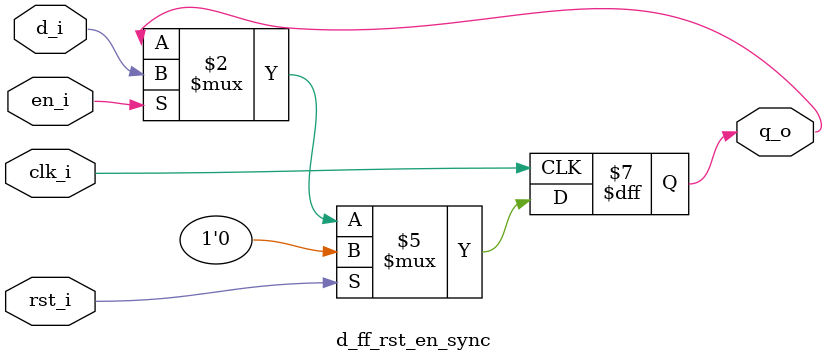
<source format=v>

module d_ff_rst_en_sync (
  input      clk_i,  
  input      rst_i, 
  input      en_i,
  input      d_i,     
  output reg q_o      
);

  always @(posedge clk_i) begin   
    if (rst_i)   
      q_o <= 1'b0;    
    else if (en_i)
      q_o <= d_i;     
  end

endmodule
</source>
